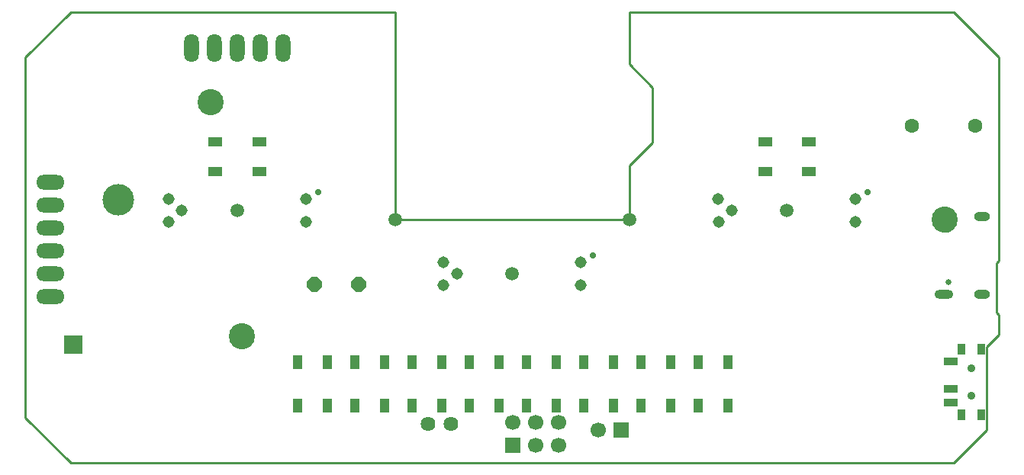
<source format=gbr>
%TF.GenerationSoftware,KiCad,Pcbnew,9.0.2*%
%TF.CreationDate,2025-08-01T16:28:46+01:00*%
%TF.ProjectId,FED3,46454433-2e6b-4696-9361-645f70636258,rev?*%
%TF.SameCoordinates,Original*%
%TF.FileFunction,Soldermask,Bot*%
%TF.FilePolarity,Negative*%
%FSLAX46Y46*%
G04 Gerber Fmt 4.6, Leading zero omitted, Abs format (unit mm)*
G04 Created by KiCad (PCBNEW 9.0.2) date 2025-08-01 16:28:46*
%MOMM*%
%LPD*%
G01*
G04 APERTURE LIST*
G04 Aperture macros list*
%AMRoundRect*
0 Rectangle with rounded corners*
0 $1 Rounding radius*
0 $2 $3 $4 $5 $6 $7 $8 $9 X,Y pos of 4 corners*
0 Add a 4 corners polygon primitive as box body*
4,1,4,$2,$3,$4,$5,$6,$7,$8,$9,$2,$3,0*
0 Add four circle primitives for the rounded corners*
1,1,$1+$1,$2,$3*
1,1,$1+$1,$4,$5*
1,1,$1+$1,$6,$7*
1,1,$1+$1,$8,$9*
0 Add four rect primitives between the rounded corners*
20,1,$1+$1,$2,$3,$4,$5,0*
20,1,$1+$1,$4,$5,$6,$7,0*
20,1,$1+$1,$6,$7,$8,$9,0*
20,1,$1+$1,$8,$9,$2,$3,0*%
%AMFreePoly0*
4,1,17,0.351552,0.797921,0.797921,0.351552,0.812800,0.315631,0.812800,-0.315631,0.797921,-0.351552,0.351552,-0.797921,0.315631,-0.812800,-0.315631,-0.812800,-0.351552,-0.797921,-0.797921,-0.351552,-0.812800,-0.315631,-0.812800,0.315631,-0.797921,0.351552,-0.351552,0.797921,-0.315631,0.812800,0.315631,0.812800,0.351552,0.797921,0.351552,0.797921,$1*%
G04 Aperture macros list end*
%ADD10C,1.600000*%
%ADD11O,1.800000X1.000000*%
%ADD12O,2.100000X1.000000*%
%ADD13C,0.650000*%
%ADD14C,1.309600*%
%ADD15C,1.500000*%
%ADD16C,0.700000*%
%ADD17RoundRect,0.050800X0.400000X0.500000X-0.400000X0.500000X-0.400000X-0.500000X0.400000X-0.500000X0*%
%ADD18RoundRect,0.050800X-0.750000X0.350000X-0.750000X-0.350000X0.750000X-0.350000X0.750000X0.350000X0*%
%ADD19C,0.900000*%
%ADD20O,3.149600X1.625600*%
%ADD21R,1.700000X1.700000*%
%ADD22C,1.700000*%
%ADD23C,1.625600*%
%ADD24C,2.900000*%
%ADD25R,2.000000X2.000000*%
%ADD26C,3.500000*%
%ADD27FreePoly0,180.000000*%
%ADD28O,1.625600X3.149600*%
%ADD29RoundRect,0.050800X0.750000X0.450000X-0.750000X0.450000X-0.750000X-0.450000X0.750000X-0.450000X0*%
%ADD30RoundRect,0.050800X-0.450000X0.750000X-0.450000X-0.750000X0.450000X-0.750000X0.450000X0.750000X0*%
%TA.AperFunction,Profile*%
%ADD31C,0.250000*%
%TD*%
G04 APERTURE END LIST*
D10*
%TO.C,EXT0*%
X192844300Y-92614800D03*
X199844300Y-92614800D03*
%TD*%
D11*
%TO.C,J6*%
X200609200Y-102713600D03*
D12*
X196429200Y-102713600D03*
D11*
X200609200Y-111353600D03*
D12*
X196429200Y-111353600D03*
D13*
X196929200Y-104143600D03*
X196929200Y-109923600D03*
%TD*%
D14*
%TO.C,PI1*%
X171381100Y-100733600D03*
X172851100Y-102003600D03*
X171401100Y-103303600D03*
X186621100Y-103273600D03*
X186601100Y-100763600D03*
D15*
X179001100Y-102003600D03*
D16*
X187951100Y-100003600D03*
%TD*%
D14*
%TO.C,PI2*%
X140881100Y-107733600D03*
X142351100Y-109003600D03*
X140901100Y-110303600D03*
X156121100Y-110273600D03*
X156101100Y-107763600D03*
D15*
X148501100Y-109003600D03*
D16*
X157451100Y-107003600D03*
%TD*%
D14*
%TO.C,PI3*%
X110381100Y-100733600D03*
X111851100Y-102003600D03*
X110401100Y-103303600D03*
X125621100Y-103273600D03*
X125601100Y-100763600D03*
D15*
X118001100Y-102003600D03*
D16*
X126951100Y-100003600D03*
%TD*%
D17*
%TO.C,SW1*%
X198350000Y-124700000D03*
X200550000Y-124700000D03*
X200550000Y-117400000D03*
X198350000Y-117400000D03*
D18*
X197200000Y-123300000D03*
X197200000Y-121800000D03*
X197200000Y-118800000D03*
D19*
X199450000Y-122550000D03*
X199450000Y-119550000D03*
%TD*%
D20*
%TO.C,SCREEN0*%
X97251100Y-98903600D03*
X97251100Y-101443600D03*
X97251100Y-103983600D03*
X97251100Y-106523600D03*
X97251100Y-109063600D03*
X97251100Y-111603600D03*
%TD*%
D21*
%TO.C,J1*%
X148582050Y-128109743D03*
D22*
X148582050Y-125569743D03*
X151122050Y-128109743D03*
X151122050Y-125569743D03*
X153662050Y-128109743D03*
X153662050Y-125569743D03*
%TD*%
D15*
%TO.C,@HOLE2*%
X161501100Y-103003600D03*
%TD*%
%TO.C,@HOLE2*%
X135501100Y-103003600D03*
%TD*%
D23*
%TO.C,X5*%
X141694300Y-125736400D03*
X139154300Y-125736400D03*
%TD*%
D24*
%TO.C,@HOLE6*%
X118501100Y-116003600D03*
%TD*%
D25*
%TO.C,TP5*%
X99800000Y-116900000D03*
%TD*%
D26*
%TO.C,@HOLE5*%
X104788100Y-100793600D03*
%TD*%
D27*
%TO.C,BZ1*%
X131459200Y-110180000D03*
X126510000Y-110180000D03*
%TD*%
D28*
%TO.C,MOTOR0*%
X112921100Y-84003600D03*
X115461100Y-84003600D03*
X118001100Y-84003600D03*
X120541100Y-84003600D03*
X123081100Y-84003600D03*
%TD*%
D21*
%TO.C,J2*%
X160550000Y-126400000D03*
D22*
X158010000Y-126400000D03*
%TD*%
D24*
%TO.C,@HOLE0*%
X115001100Y-90003600D03*
%TD*%
D29*
%TO.C,LED10*%
X176551100Y-97650400D03*
X176551100Y-94350400D03*
X181451100Y-94350400D03*
X181451100Y-97650400D03*
%TD*%
D30*
%TO.C,LED4*%
X153351900Y-123716000D03*
X150051900Y-123716000D03*
X150051900Y-118816000D03*
X153351900Y-118816000D03*
%TD*%
D29*
%TO.C,LED9*%
X115551100Y-97650400D03*
X115551100Y-94350400D03*
X120451100Y-94350400D03*
X120451100Y-97650400D03*
%TD*%
D30*
%TO.C,LED8*%
X127951900Y-123716000D03*
X124651900Y-123716000D03*
X124651900Y-118816000D03*
X127951900Y-118816000D03*
%TD*%
%TO.C,LED3*%
X159701900Y-123716000D03*
X156401900Y-123716000D03*
X156401900Y-118816000D03*
X159701900Y-118816000D03*
%TD*%
%TO.C,LED1*%
X172401900Y-123716000D03*
X169101900Y-123716000D03*
X169101900Y-118816000D03*
X172401900Y-118816000D03*
%TD*%
%TO.C,LED2*%
X166051900Y-123716000D03*
X162751900Y-123716000D03*
X162751900Y-118816000D03*
X166051900Y-118816000D03*
%TD*%
%TO.C,LED6*%
X140651900Y-123716000D03*
X137351900Y-123716000D03*
X137351900Y-118816000D03*
X140651900Y-118816000D03*
%TD*%
%TO.C,LED7*%
X134301900Y-123716000D03*
X131001900Y-123716000D03*
X131001900Y-118816000D03*
X134301900Y-118816000D03*
%TD*%
%TO.C,LED5*%
X147001900Y-123716000D03*
X143701900Y-123716000D03*
X143701900Y-118816000D03*
X147001900Y-118816000D03*
%TD*%
D24*
%TO.C,*%
X196501100Y-103003600D03*
%TD*%
D31*
X201101100Y-126403600D02*
X201101100Y-117203600D01*
X161501100Y-103003600D02*
X135501100Y-103003600D01*
X161501100Y-80003600D02*
X161501100Y-85751600D01*
X161501100Y-85751600D02*
X164097100Y-88347600D01*
X99501100Y-80003600D02*
X94501100Y-85003600D01*
X202221100Y-107883600D02*
X202501100Y-107603600D01*
X202501100Y-85003600D02*
X197501100Y-80003600D01*
X202221100Y-113323600D02*
X202221100Y-107883600D01*
X202501100Y-107603600D02*
X202501100Y-85003600D01*
X161501100Y-96983600D02*
X161501100Y-103003600D01*
X202501100Y-113603600D02*
X202221100Y-113323600D01*
X135501100Y-103003600D02*
X135501100Y-80003600D01*
X94501100Y-125003600D02*
X99501100Y-130003600D01*
X164097100Y-88347600D02*
X164097100Y-94443600D01*
X197501100Y-130003600D02*
X201101100Y-126403600D01*
X197501100Y-80003600D02*
X161501100Y-80003600D01*
X202501100Y-115803600D02*
X202501100Y-113603600D01*
X94501100Y-85003600D02*
X94501100Y-125003600D01*
X99501100Y-130003600D02*
X197501100Y-130003600D01*
X164097100Y-94443600D02*
X161501100Y-96983600D01*
X201101100Y-117203600D02*
X202501100Y-115803600D01*
X135501100Y-80003600D02*
X99501100Y-80003600D01*
M02*

</source>
